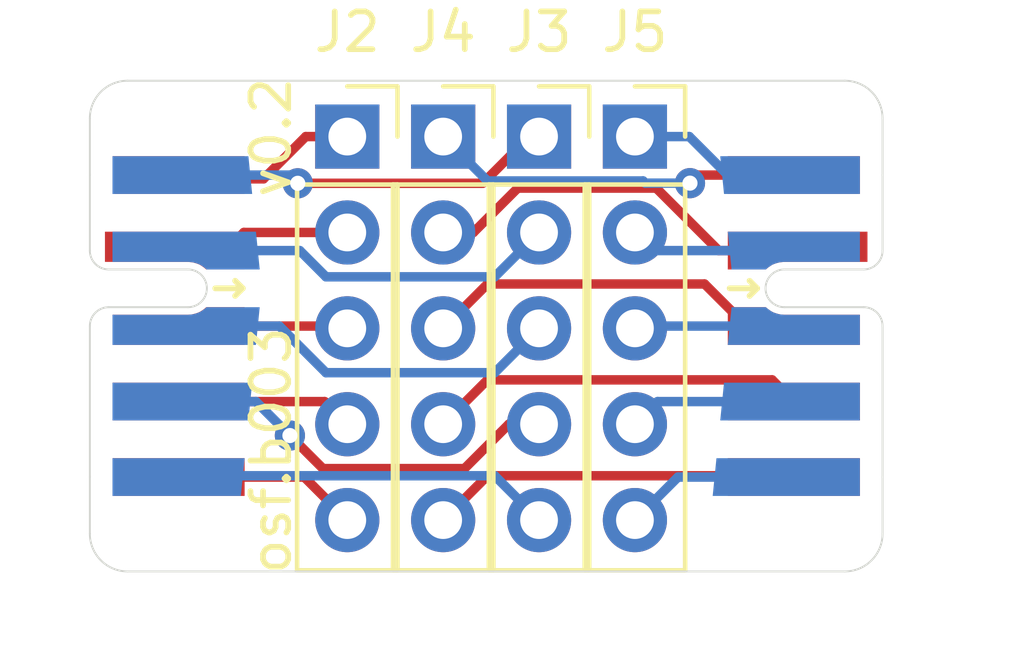
<source format=kicad_pcb>
(kicad_pcb (version 20211014) (generator pcbnew)
  (layers (0 "F.Cu" signal) (1 "In1.Cu" signal) (2 "In2.Cu" signal) (31 "B.Cu" signal) (34 "B.Paste" user) (35 "F.Paste" user) (36 "B.SilkS" user "B.Silkscreen") (37 "F.SilkS" user "F.Silkscreen") (38 "B.Mask" user) (39 "F.Mask" user) (44 "Edge.Cuts" user))
  (net 0 "")
  (net 1 "Net-(J1-Pad1)")
  (net 2 "Net-(J1-Pad2)")
  (net 3 "Net-(J1-Pad4)")
  (net 4 "Net-(J1-Pad3)")
  (net 5 "Net-(J1-Pad10)")
  (net 6 "Net-(J1-Pad6)")
  (net 7 "Net-(J1-Pad8)")
  (net 8 "Net-(J1-Pad9)")
  (net 9 "Net-(J1-Pad7)")
  (net 10 "Net-(J1-Pad5)")
  (net 11 "Net-(J4-Pad4)")
  (net 12 "Net-(J4-Pad3)")
  (net 13 "Net-(J4-Pad2)")
  (net 14 "Net-(J4-Pad1)")
  (net 15 "Net-(J4-Pad5)")
  (net 16 "Net-(J5-Pad5)")
  (net 17 "Net-(J5-Pad4)")
  (net 18 "Net-(J5-Pad3)")
  (net 19 "Net-(J5-Pad2)")
  (net 20 "Net-(J5-Pad1)")
  (footprint "on_edge:on_edge_2x05_device" (layer "F.Cu") (at 140.5 99 -90)
    (fp_text reference "J1")
    (fp_text value "Conn_01x10_Male")
    (fp_line (start -1.2 -3.85) (end -1 -4.05) (layer "F.SilkS") (width 0.153))
    (fp_line (start -1 -4.05) (end -0.8 -3.85) (layer "F.SilkS") (width 0.153))
    (fp_line (start -1 -4.05) (end -1 -3.323) (layer "F.SilkS") (width 0.153))
    (fp_line (start -4 0) (end -2 0) (layer "Edge.Cuts") (width 0.05))
    (fp_line (start -0.5 -0.5) (end -0.5 -2.6) (layer "Edge.Cuts") (width 0.05))
    (fp_line (start 0 0) (end 4 0) (layer "Edge.Cuts") (width 0.05))
    (fp_line (start -1.5 -2.6) (end -1.5 -0.5) (layer "Edge.Cuts") (width 0.05))
    (fp_arc (start -1.5 -2.6) (mid -1 -3.1) (end -0.5 -2.6) (layer "Edge.Cuts") (width 0.05))
    (fp_arc (start -1.5 -0.5) (mid -1.646447 -0.146447) (end -2 0) (layer "Edge.Cuts") (width 0.05))
    (fp_arc (start 0 0) (mid -0.353553 -0.146447) (end -0.5 -0.5) (layer "Edge.Cuts") (width 0.05))
    (pad "1" smd rect locked (at -4 -2.35 90) (size 1 3.5) (layers "F.Cu" "F.Mask") (net 1 "Net-(J1-Pad1)"))
    (pad "2" smd custom locked (at -2 -3.6 270) (size 1 1) (layers "F.Cu" "F.Mask") (net 2 "Net-(J1-Pad2)") (options (clearance outline) (anchor rect)) (primitives (gr_poly (pts (xy 0.5 0.52) (xy 0.48 0.54) (xy 0.44 0.59) (xy 0.4 0.65) (xy 0.37 0.7) (xy 0.35 0.75) (xy 0.33 0.81) (xy 0.31 0.89) (xy 0.3 1) (xy 0.3 3.2) (xy -0.5 3.2) (xy -0.5 -0.5) (xy 0.5 -0.5)) (width 0) (fill yes))))
    (pad "3" smd custom locked (at 0 -3.6 270) (size 1 1) (layers "F.Cu" "F.Mask") (net 4 "Net-(J1-Pad3)") (options (clearance outline) (anchor rect)) (primitives (gr_poly (pts (xy 0.5 3) (xy -0.3 3) (xy -0.3 1) (xy -0.31 0.89) (xy -0.33 0.81) (xy -0.35 0.75) (xy -0.37 0.7) (xy -0.4 0.65) (xy -0.44 0.59) (xy -0.48 0.54) (xy -0.5 0.52) (xy -0.5 -0.5) (xy 0.5 -0.5)) (width 0) (fill yes))))
    (pad "4" smd rect locked (at 2 -2.35 90) (size 1 3.5) (layers "F.Cu" "F.Mask") (net 3 "Net-(J1-Pad4)"))
    (pad "5" smd rect locked (at 4 -2.35 90) (size 1 3.5) (layers "F.Cu" "F.Mask") (net 10 "Net-(J1-Pad5)"))
    (pad "6" smd custom locked (at -4 -2.4 270) (size 1 3.6) (layers "B.Cu" "B.Mask") (net 6 "Net-(J1-Pad6)") (options (clearance outline) (anchor rect)) (primitives (gr_poly (pts (xy 0.5 -1.8) (xy -0.5 -1.8) (xy 0.5 -1.9)) (width 0) (fill yes))))
    (pad "7" smd custom locked (at -2 -2.1 270) (size 0.4 0.4) (layers "B.Cu" "B.Mask") (net 9 "Net-(J1-Pad7)") (options (clearance outline) (anchor rect)) (primitives (gr_poly (pts (xy 0.5 -0.99) (xy 0.48 -0.97) (xy 0.44 -0.92) (xy 0.4 -0.86) (xy 0.37 -0.81) (xy 0.35 -0.76) (xy 0.33 -0.7) (xy 0.31 -0.62) (xy 0.3 -0.51) (xy 0.3 1.5) (xy -0.5 1.5) (xy -0.5 -2.3) (xy 0.5 -2.4)) (width 0) (fill yes))))
    (pad "8" smd custom locked (at 0 -2.1 270) (size 0.4 0.4) (layers "B.Cu" "B.Mask") (net 7 "Net-(J1-Pad8)") (options (clearance outline) (anchor rect)) (primitives (gr_poly (pts (xy 0.5 -2.3) (xy 0.5 1.5) (xy -0.3 1.5) (xy -0.3 -0.51) (xy -0.31 -0.62) (xy -0.33 -0.7) (xy -0.35 -0.76) (xy -0.37 -0.81) (xy -0.4 -0.86) (xy -0.44 -0.92) (xy -0.48 -0.97) (xy -0.5 -0.99) (xy -0.5 -2.4)) (width 0) (fill yes))))
    (pad "9" smd custom locked (at 2 -2.4 270) (size 1 3.6) (layers "B.Cu" "B.Mask") (net 8 "Net-(J1-Pad9)") (options (clearance outline) (anchor rect)) (primitives (gr_poly (pts (xy 0.5 -1.8) (xy -0.5 -1.8) (xy -0.5 -1.9)) (width 0) (fill yes))))
    (pad "10" smd custom locked (at 4 -2.3 270) (size 1 3.4) (layers "B.Cu" "B.Mask") (net 5 "Net-(J1-Pad10)") (options (clearance outline) (anchor rect)) (primitives (gr_poly (pts (xy 0.5 -1.7) (xy -0.5 -1.7) (xy -0.5 -1.8)) (width 0) (fill yes))))
  )
  (footprint "Connector_PinSocket_2.54mm:PinSocket_1x05_P2.54mm_Vertical" (layer "F.Cu") (at 147.32 93.98)
    (fp_text reference "J2" (at 0 -2.77) (layer "F.SilkS"))
    (fp_text value "Conn_01x05_Male")
    (fp_line (start 1.33 1.27) (end 1.33 11.49) (layer "F.SilkS") (width 0.12))
    (fp_line (start -1.33 1.27) (end 1.33 1.27) (layer "F.SilkS") (width 0.12))
    (fp_line (start 0 -1.33) (end 1.33 -1.33) (layer "F.SilkS") (width 0.12))
    (fp_line (start 1.33 -1.33) (end 1.33 0) (layer "F.SilkS") (width 0.12))
    (fp_line (start -1.33 11.49) (end 1.33 11.49) (layer "F.SilkS") (width 0.12))
    (fp_line (start -1.33 1.27) (end -1.33 11.49) (layer "F.SilkS") (width 0.12))
    (pad "1" thru_hole rect locked (at 0 0) (size 1.7 1.7) (drill 1) (layers *.Cu *.Mask) (net 1 "Net-(J1-Pad1)"))
    (pad "2" thru_hole oval locked (at 0 2.54) (size 1.7 1.7) (drill 1) (layers *.Cu *.Mask) (net 2 "Net-(J1-Pad2)"))
    (pad "3" thru_hole oval locked (at 0 5.08) (size 1.7 1.7) (drill 1) (layers *.Cu *.Mask) (net 4 "Net-(J1-Pad3)"))
    (pad "4" thru_hole oval locked (at 0 7.62) (size 1.7 1.7) (drill 1) (layers *.Cu *.Mask) (net 3 "Net-(J1-Pad4)"))
    (pad "5" thru_hole oval locked (at 0 10.16) (size 1.7 1.7) (drill 1) (layers *.Cu *.Mask) (net 10 "Net-(J1-Pad5)"))
  )
  (footprint "Connector_PinSocket_2.54mm:PinSocket_1x05_P2.54mm_Vertical" (layer "F.Cu") (at 152.4 93.98)
    (fp_text reference "J3" (at 0 -2.77) (layer "F.SilkS"))
    (fp_text value "Conn_01x05_Male")
    (fp_line (start 0 -1.33) (end 1.33 -1.33) (layer "F.SilkS") (width 0.12))
    (fp_line (start 1.33 1.27) (end 1.33 11.49) (layer "F.SilkS") (width 0.12))
    (fp_line (start -1.33 1.27) (end -1.33 11.49) (layer "F.SilkS") (width 0.12))
    (fp_line (start -1.33 11.49) (end 1.33 11.49) (layer "F.SilkS") (width 0.12))
    (fp_line (start 1.33 -1.33) (end 1.33 0) (layer "F.SilkS") (width 0.12))
    (fp_line (start -1.33 1.27) (end 1.33 1.27) (layer "F.SilkS") (width 0.12))
    (pad "1" thru_hole rect locked (at 0 0) (size 1.7 1.7) (drill 1) (layers *.Cu *.Mask) (net 6 "Net-(J1-Pad6)"))
    (pad "2" thru_hole oval locked (at 0 2.54) (size 1.7 1.7) (drill 1) (layers *.Cu *.Mask) (net 9 "Net-(J1-Pad7)"))
    (pad "3" thru_hole oval locked (at 0 5.08) (size 1.7 1.7) (drill 1) (layers *.Cu *.Mask) (net 7 "Net-(J1-Pad8)"))
    (pad "4" thru_hole oval locked (at 0 7.62) (size 1.7 1.7) (drill 1) (layers *.Cu *.Mask) (net 8 "Net-(J1-Pad9)"))
    (pad "5" thru_hole oval locked (at 0 10.16) (size 1.7 1.7) (drill 1) (layers *.Cu *.Mask) (net 5 "Net-(J1-Pad10)"))
  )
  (footprint "Connector_PinSocket_2.54mm:PinSocket_1x05_P2.54mm_Vertical" (layer "F.Cu") (at 149.86 93.98)
    (fp_text reference "J4" (at 0 -2.77) (layer "F.SilkS"))
    (fp_text value "Conn_01x05_Male")
    (fp_line (start -1.33 11.49) (end 1.33 11.49) (layer "F.SilkS") (width 0.12))
    (fp_line (start -1.33 1.27) (end 1.33 1.27) (layer "F.SilkS") (width 0.12))
    (fp_line (start 0 -1.33) (end 1.33 -1.33) (layer "F.SilkS") (width 0.12))
    (fp_line (start 1.33 -1.33) (end 1.33 0) (layer "F.SilkS") (width 0.12))
    (fp_line (start 1.33 1.27) (end 1.33 11.49) (layer "F.SilkS") (width 0.12))
    (fp_line (start -1.33 1.27) (end -1.33 11.49) (layer "F.SilkS") (width 0.12))
    (pad "1" thru_hole rect locked (at 0 0) (size 1.7 1.7) (drill 1) (layers *.Cu *.Mask) (net 14 "Net-(J4-Pad1)"))
    (pad "2" thru_hole oval locked (at 0 2.54) (size 1.7 1.7) (drill 1) (layers *.Cu *.Mask) (net 13 "Net-(J4-Pad2)"))
    (pad "3" thru_hole oval locked (at 0 5.08) (size 1.7 1.7) (drill 1) (layers *.Cu *.Mask) (net 12 "Net-(J4-Pad3)"))
    (pad "4" thru_hole oval locked (at 0 7.62) (size 1.7 1.7) (drill 1) (layers *.Cu *.Mask) (net 11 "Net-(J4-Pad4)"))
    (pad "5" thru_hole oval locked (at 0 10.16) (size 1.7 1.7) (drill 1) (layers *.Cu *.Mask) (net 15 "Net-(J4-Pad5)"))
  )
  (footprint "Connector_PinSocket_2.54mm:PinSocket_1x05_P2.54mm_Vertical" (layer "F.Cu") (at 154.94 93.98)
    (fp_text reference "J5" (at 0 -2.77) (layer "F.SilkS"))
    (fp_text value "Conn_01x05_Male")
    (fp_line (start 1.33 -1.33) (end 1.33 0) (layer "F.SilkS") (width 0.12))
    (fp_line (start -1.33 1.27) (end -1.33 11.49) (layer "F.SilkS") (width 0.12))
    (fp_line (start -1.33 1.27) (end 1.33 1.27) (layer "F.SilkS") (width 0.12))
    (fp_line (start 1.33 1.27) (end 1.33 11.49) (layer "F.SilkS") (width 0.12))
    (fp_line (start -1.33 11.49) (end 1.33 11.49) (layer "F.SilkS") (width 0.12))
    (fp_line (start 0 -1.33) (end 1.33 -1.33) (layer "F.SilkS") (width 0.12))
    (pad "1" thru_hole rect locked (at 0 0) (size 1.7 1.7) (drill 1) (layers *.Cu *.Mask) (net 20 "Net-(J5-Pad1)"))
    (pad "2" thru_hole oval locked (at 0 2.54) (size 1.7 1.7) (drill 1) (layers *.Cu *.Mask) (net 19 "Net-(J5-Pad2)"))
    (pad "3" thru_hole oval locked (at 0 5.08) (size 1.7 1.7) (drill 1) (layers *.Cu *.Mask) (net 18 "Net-(J5-Pad3)"))
    (pad "4" thru_hole oval locked (at 0 7.62) (size 1.7 1.7) (drill 1) (layers *.Cu *.Mask) (net 17 "Net-(J5-Pad4)"))
    (pad "5" thru_hole oval locked (at 0 10.16) (size 1.7 1.7) (drill 1) (layers *.Cu *.Mask) (net 16 "Net-(J5-Pad5)"))
  )
  (footprint "on_edge:on_edge_2x05_host" (layer "F.Cu") (at 161.5 99 -90)
    (fp_text reference "J6")
    (fp_text value "Conn_01x10_Male")
    (fp_line (start -1 3.323) (end -1.2 3.523) (layer "F.SilkS") (width 0.153))
    (fp_line (start -1 4.05) (end -1 3.323) (layer "F.SilkS") (width 0.153))
    (fp_line (start -0.8 3.523) (end -1 3.323) (layer "F.SilkS") (width 0.153))
    (fp_line (start -0.5 2.6) (end -0.5 0.5) (layer "Edge.Cuts") (width 0.05))
    (fp_line (start -4 0) (end -2 0) (layer "Edge.Cuts") (width 0.05))
    (fp_line (start 0 0) (end 4 0) (layer "Edge.Cuts") (width 0.05))
    (fp_line (start -1.5 0.5) (end -1.5 2.6) (layer "Edge.Cuts") (width 0.05))
    (fp_arc (start -0.5 2.6) (mid -1 3.1) (end -1.5 2.6) (layer "Edge.Cuts") (width 0.05))
    (fp_arc (start -2 0) (mid -1.646447 0.146447) (end -1.5 0.5) (layer "Edge.Cuts") (width 0.05))
    (fp_arc (start -0.5 0.5) (mid -0.353553 0.146447) (end 0 0) (layer "Edge.Cuts") (width 0.05))
    (pad "1" smd rect locked (at -4 2.35 270) (size 1 3.5) (layers "F.Cu" "F.Mask") (net 14 "Net-(J4-Pad1)"))
    (pad "2" smd custom locked (at -2 3.6 270) (size 1 1) (layers "F.Cu" "F.Mask") (net 13 "Net-(J4-Pad2)") (options (clearance outline) (anchor rect)) (primitives (gr_poly (pts (xy 0.3 -0.99) (xy 0.31 -0.88) (xy 0.33 -0.8) (xy 0.35 -0.74) (xy 0.37 -0.69) (xy 0.4 -0.64) (xy 0.44 -0.58) (xy 0.48 -0.53) (xy 0.5 -0.51) (xy 0.5 0.5) (xy -0.5 0.5) (xy -0.5 -3.2) (xy 0.3 -3.2)) (width 0) (fill yes))))
    (pad "3" smd custom locked (at 0 3.6 270) (size 1 1) (layers "F.Cu" "F.Mask") (net 12 "Net-(J4-Pad3)") (options (clearance outline) (anchor rect)) (primitives (gr_poly (pts (xy 0.5 0.5) (xy -0.5 0.5) (xy -0.5 -0.51) (xy -0.48 -0.53) (xy -0.44 -0.58) (xy -0.4 -0.64) (xy -0.37 -0.69) (xy -0.35 -0.74) (xy -0.33 -0.8) (xy -0.31 -0.88) (xy -0.3 -0.99) (xy -0.3 -3) (xy 0.5 -3)) (width 0) (fill yes))))
    (pad "4" smd rect locked (at 2 2.35 270) (size 1 3.5) (layers "F.Cu" "F.Mask") (net 11 "Net-(J4-Pad4)"))
    (pad "5" smd rect locked (at 4 2.35 270) (size 1 3.5) (layers "F.Cu" "F.Mask") (net 15 "Net-(J4-Pad5)"))
    (pad "6" smd custom locked (at -4 2.4 90) (size 1 3.6) (layers "B.Cu" "B.Mask") (net 20 "Net-(J5-Pad1)") (options (clearance outline) (anchor rect)) (primitives (gr_poly (pts (xy 0.5 -1.8) (xy -0.5 -1.8) (xy 0.5 -1.9)) (width 0) (fill yes))))
    (pad "7" smd custom locked (at -2 2.1 90) (size 0.4 0.4) (layers "B.Cu" "B.Mask") (net 19 "Net-(J5-Pad2)") (options (clearance outline) (anchor rect)) (primitives (gr_poly (pts (xy 0.5 1.5) (xy -0.3 1.5) (xy -0.3 -0.51) (xy -0.31 -0.62) (xy -0.33 -0.7) (xy -0.35 -0.76) (xy -0.37 -0.81) (xy -0.4 -0.86) (xy -0.44 -0.92) (xy -0.48 -0.97) (xy -0.5 -0.99) (xy -0.5 -1.9) (xy 0.5 -2)) (width 0) (fill yes))))
    (pad "8" smd custom locked (at 0 2.1 90) (size 0.4 0.4) (layers "B.Cu" "B.Mask") (net 18 "Net-(J5-Pad3)") (options (clearance outline) (anchor rect)) (primitives (gr_poly (pts (xy 0.5 -1.9) (xy 0.5 -0.99) (xy 0.48 -0.97) (xy 0.44 -0.92) (xy 0.4 -0.86) (xy 0.37 -0.81) (xy 0.35 -0.76) (xy 0.33 -0.7) (xy 0.31 -0.62) (xy 0.3 -0.51) (xy 0.3 1.5) (xy -0.5 1.5) (xy -0.5 -2)) (width 0) (fill yes))))
    (pad "9" smd custom locked (at 2 2.4 90) (size 1 3.6) (layers "B.Cu" "B.Mask") (net 17 "Net-(J5-Pad4)") (options (clearance outline) (anchor rect)) (primitives (gr_poly (pts (xy 0.5 -1.8) (xy -0.5 -1.8) (xy -0.5 -1.9)) (width 0) (fill yes))))
    (pad "10" smd custom locked (at 4 2.5 90) (size 1 3.8) (layers "B.Cu" "B.Mask") (net 16 "Net-(J5-Pad5)") (options (clearance outline) (anchor rect)) (primitives (gr_poly (pts (xy 0.5 -1.9) (xy -0.5 -1.9) (xy -0.5 -2)) (width 0) (fill yes))))
  )
  (gr_arc (start 140.5 93.5) (mid 140.792893 92.792893) (end 141.5 92.5) (layer "Edge.Cuts") (width 0.05))
  (gr_arc (start 161.5 104.5) (mid 161.207107 105.207107) (end 160.5 105.5) (layer "Edge.Cuts") (width 0.05))
  (gr_line (start 161.5 104.5) (end 161.5 103) (layer "Edge.Cuts") (width 0.05))
  (gr_line (start 160.5 92.5) (end 141.5 92.5) (layer "Edge.Cuts") (width 0.05))
  (gr_line (start 161.5 95) (end 161.5 93.5) (layer "Edge.Cuts") (width 0.05))
  (gr_line (start 141.5 105.5) (end 160.5 105.5) (layer "Edge.Cuts") (width 0.05))
  (gr_arc (start 141.5 105.5) (mid 140.792893 105.207107) (end 140.5 104.5) (layer "Edge.Cuts") (width 0.05))
  (gr_line (start 140.5 104.5) (end 140.5 103) (layer "Edge.Cuts") (width 0.05))
  (gr_line (start 140.5 95) (end 140.5 93.5) (layer "Edge.Cuts") (width 0.05))
  (gr_arc (start 160.5 92.5) (mid 161.207107 92.792893) (end 161.5 93.5) (layer "Edge.Cuts") (width 0.05))
  (gr_text "v0.2" (at 145.3 94 90) (layer "F.SilkS") (effects (font (size 1 1))))
  (gr_text "osf.b003" (at 145.3 102.3 90) (layer "F.SilkS") (effects (font (size 1 1))))
  (segment (start 146.22 93.98) (end 145.1 95.1) (width 0.25) (layer "F.Cu") (net 1))
  (segment (start 142.95 95.1) (end 142.85 95) (width 0.25) (layer "F.Cu") (net 1))
  (segment (start 145.1 95.1) (end 142.95 95.1) (width 0.25) (layer "F.Cu") (net 1))
  (segment (start 147.32 93.98) (end 146.22 93.98) (width 0.25) (layer "F.Cu") (net 1))
  (segment (start 147.32 96.52) (end 144.58 96.52) (width 0.25) (layer "F.Cu") (net 2))
  (segment (start 144.58 96.52) (end 144.1 97) (width 0.25) (layer "F.Cu") (net 2))
  (segment (start 142.85 101) (end 146.72 101) (width 0.25) (layer "F.Cu") (net 3))
  (segment (start 146.72 101) (end 147.32 101.6) (width 0.25) (layer "F.Cu") (net 3))
  (segment (start 144.1 99) (end 147.26 99) (width 0.25) (layer "F.Cu") (net 4))
  (segment (start 147.26 99) (end 147.32 99.06) (width 0.25) (layer "F.Cu") (net 4))
  (segment (start 151.224999 102.964999) (end 142.835001 102.964999) (width 0.25) (layer "B.Cu") (net 5))
  (segment (start 142.835001 102.964999) (end 142.8 103) (width 0.25) (layer "B.Cu") (net 5))
  (segment (start 152.4 104.14) (end 151.224999 102.964999) (width 0.25) (layer "B.Cu") (net 5))
  (segment (start 150.907341 95.217661) (end 146.007659 95.217661) (width 0.25) (layer "F.Cu") (net 6))
  (segment (start 152.4 93.98) (end 152.145002 93.98) (width 0.25) (layer "F.Cu") (net 6))
  (segment (start 152.145002 93.98) (end 150.907341 95.217661) (width 0.25) (layer "F.Cu") (net 6))
  (via (at 146.007659 95.217661) (size 0.8) (drill 0.4) (layers "F.Cu" "B.Cu") (net 6))
  (segment (start 142.9 95) (end 145.789998 95) (width 0.25) (layer "B.Cu") (net 6))
  (segment (start 145.789998 95) (end 146.007659 95.217661) (width 0.25) (layer "B.Cu") (net 6))
  (segment (start 145.520998 99) (end 146.755999 100.235001) (width 0.25) (layer "B.Cu") (net 7))
  (segment (start 146.755999 100.235001) (end 151.224999 100.235001) (width 0.25) (layer "B.Cu") (net 7))
  (segment (start 142.6 99) (end 145.520998 99) (width 0.25) (layer "B.Cu") (net 7))
  (segment (start 151.224999 100.235001) (end 152.4 99.06) (width 0.25) (layer "B.Cu") (net 7))
  (segment (start 152.4 101.6) (end 151.599002 101.6) (width 0.25) (layer "F.Cu") (net 8))
  (segment (start 151.599002 101.6) (end 150.424001 102.775001) (width 0.25) (layer "F.Cu") (net 8))
  (segment (start 150.424001 102.775001) (end 146.675001 102.775001) (width 0.25) (layer "F.Cu") (net 8))
  (segment (start 146.675001 102.775001) (end 145.8 101.9) (width 0.25) (layer "F.Cu") (net 8))
  (via (at 145.8 101.9) (size 0.8) (drill 0.4) (layers "F.Cu" "B.Cu") (net 8))
  (segment (start 144.9 101) (end 142.9 101) (width 0.25) (layer "B.Cu") (net 8))
  (segment (start 145.8 101.9) (end 144.9 101) (width 0.25) (layer "B.Cu") (net 8))
  (segment (start 146.060998 97) (end 146.755999 97.695001) (width 0.25) (layer "B.Cu") (net 9))
  (segment (start 151.224999 97.695001) (end 152.4 96.52) (width 0.25) (layer "B.Cu") (net 9))
  (segment (start 142.6 97) (end 146.060998 97) (width 0.25) (layer "B.Cu") (net 9))
  (segment (start 146.755999 97.695001) (end 151.224999 97.695001) (width 0.25) (layer "B.Cu") (net 9))
  (segment (start 146.18 103) (end 147.32 104.14) (width 0.25) (layer "F.Cu") (net 10))
  (segment (start 142.85 103) (end 146.18 103) (width 0.25) (layer "F.Cu") (net 10))
  (segment (start 151.035001 100.424999) (end 149.86 101.6) (width 0.25) (layer "F.Cu") (net 11))
  (segment (start 159.15 101) (end 158.574999 100.424999) (width 0.25) (layer "F.Cu") (net 11))
  (segment (start 158.574999 100.424999) (end 151.035001 100.424999) (width 0.25) (layer "F.Cu") (net 11))
  (segment (start 156.784999 97.884999) (end 151.035001 97.884999) (width 0.25) (layer "F.Cu") (net 12))
  (segment (start 157.9 99) (end 156.784999 97.884999) (width 0.25) (layer "F.Cu") (net 12))
  (segment (start 151.035001 97.884999) (end 149.86 99.06) (width 0.25) (layer "F.Cu") (net 12))
  (segment (start 155.504001 95.344999) (end 151.835999 95.344999) (width 0.25) (layer "F.Cu") (net 13))
  (segment (start 151.835999 95.344999) (end 150.660998 96.52) (width 0.25) (layer "F.Cu") (net 13))
  (segment (start 157.9 97) (end 157.159002 97) (width 0.25) (layer "F.Cu") (net 13))
  (segment (start 150.660998 96.52) (end 149.86 96.52) (width 0.25) (layer "F.Cu") (net 13))
  (segment (start 157.159002 97) (end 155.504001 95.344999) (width 0.25) (layer "F.Cu") (net 13))
  (segment (start 156.611967 95) (end 156.398144 95.213823) (width 0.25) (layer "F.Cu") (net 14))
  (segment (start 159.15 95) (end 156.611967 95) (width 0.25) (layer "F.Cu") (net 14))
  (via (at 156.398144 95.213823) (size 0.8) (drill 0.4) (layers "F.Cu" "B.Cu") (net 14))
  (segment (start 151.035001 95.155001) (end 155.155001 95.155001) (width 0.25) (layer "B.Cu") (net 14))
  (segment (start 149.86 93.98) (end 151.035001 95.155001) (width 0.25) (layer "B.Cu") (net 14))
  (segment (start 155.155001 95.155001) (end 155.213823 95.213823) (width 0.25) (layer "B.Cu") (net 14))
  (segment (start 155.213823 95.213823) (end 156.398144 95.213823) (width 0.25) (layer "B.Cu") (net 14))
  (segment (start 159.114999 102.964999) (end 151.035001 102.964999) (width 0.25) (layer "F.Cu") (net 15))
  (segment (start 151.035001 102.964999) (end 149.86 104.14) (width 0.25) (layer "F.Cu") (net 15))
  (segment (start 159.15 103) (end 159.114999 102.964999) (width 0.25) (layer "F.Cu") (net 15))
  (segment (start 159 103) (end 156.08 103) (width 0.25) (layer "B.Cu") (net 16))
  (segment (start 156.08 103) (end 154.94 104.14) (width 0.25) (layer "B.Cu") (net 16))
  (segment (start 159.1 101) (end 155.54 101) (width 0.25) (layer "B.Cu") (net 17))
  (segment (start 155.54 101) (end 154.94 101.6) (width 0.25) (layer "B.Cu") (net 17))
  (segment (start 159.4 99) (end 155 99) (width 0.25) (layer "B.Cu") (net 18))
  (segment (start 155 99) (end 154.94 99.06) (width 0.25) (layer "B.Cu") (net 18))
  (segment (start 155.42 97) (end 154.94 96.52) (width 0.25) (layer "B.Cu") (net 19))
  (segment (start 159.4 97) (end 155.42 97) (width 0.25) (layer "B.Cu") (net 19))
  (segment (start 157.4 95) (end 156.38 93.98) (width 0.25) (layer "B.Cu") (net 20))
  (segment (start 159.1 95) (end 157.4 95) (width 0.25) (layer "B.Cu") (net 20))
  (segment (start 156.38 93.98) (end 154.94 93.98) (width 0.25) (layer "B.Cu") (net 20))
)
</source>
